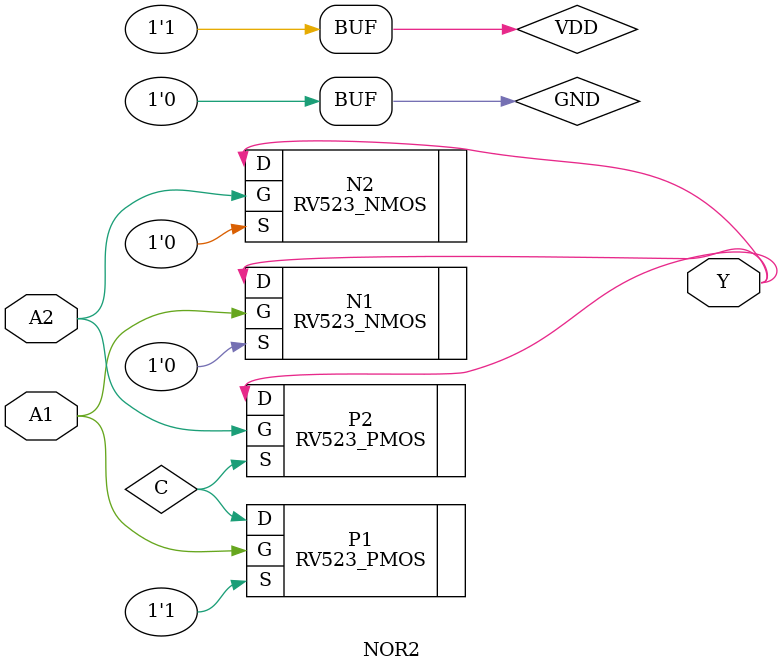
<source format=v>
module NOR2(
    output Y,
    input A1,
    input A2,
);
    supply1 VDD;
    supply0 GND;
    wire C;

    RV523_NMOS N1(
        .S(GND),
        .D(Y),
        .G(A1)
    );
    RV523_NMOS N2(
        .S(GND),
        .D(Y),
        .G(A2)
    );
    RV523_PMOS P1(
        .S(VDD),
        .D(C),
        .G(A1)
    );
    RV523_PMOS P2(
        .S(C),
        .D(Y),
        .G(A2)
    );
endmodule
</source>
